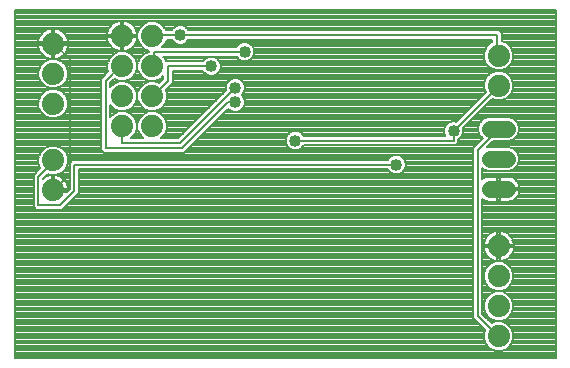
<source format=gbl>
G75*
%MOIN*%
%OFA0B0*%
%FSLAX24Y24*%
%IPPOS*%
%LPD*%
%AMOC8*
5,1,8,0,0,1.08239X$1,22.5*
%
%ADD10C,0.0560*%
%ADD11C,0.0740*%
%ADD12C,0.0080*%
%ADD13C,0.0400*%
D10*
X016549Y006313D02*
X017109Y006313D01*
X017109Y007313D02*
X016549Y007313D01*
X016549Y008313D02*
X017109Y008313D01*
D11*
X016829Y009763D03*
X016829Y010763D03*
X016829Y004413D03*
X016829Y003413D03*
X016829Y002413D03*
X016829Y001413D03*
X005279Y008413D03*
X004279Y008413D03*
X004279Y009413D03*
X005279Y009413D03*
X005279Y010413D03*
X004279Y010413D03*
X004279Y011413D03*
X005279Y011413D03*
X001979Y011163D03*
X001979Y010163D03*
X001979Y009163D03*
X001979Y007273D03*
X001979Y006273D03*
D12*
X000699Y000683D02*
X000699Y012289D01*
X018729Y012289D01*
X018729Y000683D01*
X000699Y000683D01*
X000699Y000708D02*
X018729Y000708D01*
X018729Y000786D02*
X000699Y000786D01*
X000699Y000865D02*
X018729Y000865D01*
X018729Y000943D02*
X016974Y000943D01*
X016926Y000923D02*
X016731Y000923D01*
X016551Y000998D01*
X016413Y001136D01*
X016339Y001316D01*
X016339Y001511D01*
X016381Y001614D01*
X015969Y002027D01*
X015969Y007680D01*
X016062Y007773D01*
X010328Y007773D01*
X010329Y007773D02*
X015262Y007773D01*
X015395Y007773D01*
X015489Y007867D01*
X015489Y007973D01*
X015510Y007982D01*
X015600Y008072D01*
X015649Y008190D01*
X015649Y008317D01*
X015640Y008338D01*
X016621Y009319D01*
X016731Y009273D01*
X016926Y009273D01*
X017106Y009348D01*
X017244Y009486D01*
X017319Y009666D01*
X017319Y009861D01*
X017244Y010041D01*
X017106Y010179D01*
X016926Y010253D01*
X016731Y010253D01*
X016551Y010179D01*
X016413Y010041D01*
X016339Y009861D01*
X016339Y009666D01*
X016390Y009541D01*
X015414Y008564D01*
X015392Y008573D01*
X015265Y008573D01*
X015147Y008525D01*
X015057Y008435D01*
X015009Y008317D01*
X015009Y008190D01*
X015048Y008093D01*
X010329Y008093D01*
X010320Y008115D01*
X010230Y008205D01*
X010112Y008253D01*
X009985Y008253D01*
X009867Y008205D01*
X009777Y008115D01*
X009729Y007997D01*
X009729Y007870D01*
X009777Y007752D01*
X009867Y007662D01*
X009985Y007613D01*
X010112Y007613D01*
X010230Y007662D01*
X010320Y007752D01*
X010329Y007773D01*
X010262Y007694D02*
X015983Y007694D01*
X015969Y007616D02*
X010118Y007616D01*
X009979Y007616D02*
X006437Y007616D01*
X006449Y007627D02*
X007815Y008994D01*
X007867Y008942D01*
X007985Y008893D01*
X008112Y008893D01*
X008230Y008942D01*
X008320Y009032D01*
X008369Y009150D01*
X008369Y009277D01*
X008320Y009395D01*
X008261Y009453D01*
X008320Y009512D01*
X008369Y009630D01*
X008369Y009757D01*
X008320Y009875D01*
X008230Y009965D01*
X008112Y010013D01*
X007985Y010013D01*
X007867Y009965D01*
X007777Y009875D01*
X007729Y009757D01*
X007729Y009630D01*
X007737Y009608D01*
X006142Y008013D01*
X005572Y008013D01*
X005694Y008136D01*
X005769Y008316D01*
X005769Y008511D01*
X005694Y008691D01*
X005556Y008829D01*
X005376Y008903D01*
X005181Y008903D01*
X005001Y008829D01*
X004863Y008691D01*
X004789Y008511D01*
X004789Y008316D01*
X004863Y008136D01*
X004986Y008013D01*
X004572Y008013D01*
X004694Y008136D01*
X004769Y008316D01*
X004769Y008511D01*
X004694Y008691D01*
X004556Y008829D01*
X004376Y008903D01*
X004181Y008903D01*
X004001Y008829D01*
X003889Y008716D01*
X003889Y009110D01*
X004001Y008998D01*
X004181Y008923D01*
X004376Y008923D01*
X004556Y008998D01*
X004694Y009136D01*
X004769Y009316D01*
X004769Y009511D01*
X004694Y009691D01*
X004556Y009829D01*
X004376Y009903D01*
X004181Y009903D01*
X004001Y009829D01*
X003889Y009716D01*
X003889Y009867D01*
X004014Y009992D01*
X004181Y009923D01*
X004376Y009923D01*
X004556Y009998D01*
X004694Y010136D01*
X004769Y010316D01*
X004769Y010511D01*
X004694Y010691D01*
X004556Y010829D01*
X004376Y010903D01*
X004181Y010903D01*
X004001Y010829D01*
X003863Y010691D01*
X003789Y010511D01*
X003789Y010316D01*
X003817Y010248D01*
X003569Y010000D01*
X003569Y007627D01*
X003662Y007533D01*
X006355Y007533D01*
X006449Y007627D01*
X006516Y007694D02*
X009835Y007694D01*
X009769Y007773D02*
X006594Y007773D01*
X006673Y007851D02*
X009736Y007851D01*
X009729Y007930D02*
X006751Y007930D01*
X006830Y008008D02*
X009733Y008008D01*
X009766Y008087D02*
X006908Y008087D01*
X006987Y008165D02*
X009828Y008165D01*
X009962Y008244D02*
X007065Y008244D01*
X007144Y008322D02*
X015011Y008322D01*
X015009Y008244D02*
X010135Y008244D01*
X010269Y008165D02*
X015019Y008165D01*
X015329Y008253D02*
X015329Y007933D01*
X010049Y007933D01*
X008317Y009029D02*
X015878Y009029D01*
X015956Y009107D02*
X008351Y009107D01*
X008369Y009186D02*
X016035Y009186D01*
X016113Y009264D02*
X008369Y009264D01*
X008341Y009343D02*
X016192Y009343D01*
X016270Y009421D02*
X008293Y009421D01*
X008308Y009500D02*
X016349Y009500D01*
X016375Y009578D02*
X008347Y009578D01*
X008369Y009657D02*
X016342Y009657D01*
X016339Y009735D02*
X008369Y009735D01*
X008345Y009814D02*
X016339Y009814D01*
X016352Y009892D02*
X008302Y009892D01*
X008215Y009971D02*
X016384Y009971D01*
X016422Y010049D02*
X005969Y010049D01*
X005969Y009971D02*
X007883Y009971D01*
X007795Y009892D02*
X005969Y009892D01*
X005969Y009867D02*
X005969Y010253D01*
X006968Y010253D01*
X006977Y010232D01*
X007067Y010142D01*
X007185Y010093D01*
X007312Y010093D01*
X007430Y010142D01*
X007520Y010232D01*
X007569Y010350D01*
X007569Y010477D01*
X007520Y010595D01*
X007430Y010685D01*
X007312Y010733D01*
X007185Y010733D01*
X007067Y010685D01*
X006977Y010595D01*
X006968Y010573D01*
X005743Y010573D01*
X005694Y010691D01*
X005652Y010733D01*
X008088Y010733D01*
X008097Y010712D01*
X008187Y010622D01*
X008305Y010573D01*
X008432Y010573D01*
X008550Y010622D01*
X008640Y010712D01*
X008689Y010830D01*
X008689Y010957D01*
X008640Y011075D01*
X008550Y011165D01*
X008432Y011213D01*
X008305Y011213D01*
X008187Y011165D01*
X008097Y011075D01*
X008088Y011053D01*
X005612Y011053D01*
X005694Y011136D01*
X005759Y011293D01*
X005928Y011293D01*
X005937Y011272D01*
X006027Y011182D01*
X006145Y011133D01*
X006272Y011133D01*
X006390Y011182D01*
X006480Y011272D01*
X006489Y011293D01*
X016609Y011293D01*
X016609Y011202D01*
X016551Y011179D01*
X016413Y011041D01*
X016339Y010861D01*
X016339Y010666D01*
X016413Y010486D01*
X016551Y010348D01*
X016731Y010273D01*
X016926Y010273D01*
X017106Y010348D01*
X017244Y010486D01*
X017319Y010666D01*
X017319Y010861D01*
X017244Y011041D01*
X017106Y011179D01*
X016929Y011252D01*
X016929Y011520D01*
X016835Y011613D01*
X006489Y011613D01*
X006480Y011635D01*
X006390Y011725D01*
X006272Y011773D01*
X006145Y011773D01*
X006027Y011725D01*
X005937Y011635D01*
X005928Y011613D01*
X005726Y011613D01*
X005694Y011691D01*
X005556Y011829D01*
X005376Y011903D01*
X005181Y011903D01*
X005001Y011829D01*
X004863Y011691D01*
X004789Y011511D01*
X004789Y011316D01*
X004863Y011136D01*
X005001Y010998D01*
X005169Y010928D01*
X005169Y010898D01*
X005001Y010829D01*
X004863Y010691D01*
X004789Y010511D01*
X004789Y010316D01*
X004863Y010136D01*
X005001Y009998D01*
X005181Y009923D01*
X005376Y009923D01*
X005556Y009998D01*
X005649Y010090D01*
X005649Y010000D01*
X005501Y009852D01*
X005376Y009903D01*
X005181Y009903D01*
X005001Y009829D01*
X004863Y009691D01*
X004789Y009511D01*
X004789Y009316D01*
X004863Y009136D01*
X005001Y008998D01*
X005181Y008923D01*
X005376Y008923D01*
X005556Y008998D01*
X005694Y009136D01*
X005769Y009316D01*
X005769Y009511D01*
X005723Y009621D01*
X005969Y009867D01*
X005915Y009814D02*
X007752Y009814D01*
X007729Y009735D02*
X005837Y009735D01*
X005758Y009657D02*
X007729Y009657D01*
X007707Y009578D02*
X005741Y009578D01*
X005769Y009500D02*
X007629Y009500D01*
X007550Y009421D02*
X005769Y009421D01*
X005769Y009343D02*
X007472Y009343D01*
X007393Y009264D02*
X005747Y009264D01*
X005715Y009186D02*
X007315Y009186D01*
X007236Y009107D02*
X005666Y009107D01*
X005587Y009029D02*
X007158Y009029D01*
X007079Y008950D02*
X005441Y008950D01*
X005452Y008872D02*
X007001Y008872D01*
X006922Y008793D02*
X005591Y008793D01*
X005670Y008715D02*
X006844Y008715D01*
X006765Y008636D02*
X005717Y008636D01*
X005749Y008558D02*
X006687Y008558D01*
X006608Y008479D02*
X005769Y008479D01*
X005769Y008401D02*
X006530Y008401D01*
X006451Y008322D02*
X005769Y008322D01*
X005739Y008244D02*
X006373Y008244D01*
X006294Y008165D02*
X005706Y008165D01*
X005645Y008087D02*
X006216Y008087D01*
X006209Y007853D02*
X004289Y007853D01*
X004289Y008413D01*
X004279Y008413D01*
X004739Y008244D02*
X004818Y008244D01*
X004789Y008322D02*
X004769Y008322D01*
X004769Y008401D02*
X004789Y008401D01*
X004789Y008479D02*
X004769Y008479D01*
X004749Y008558D02*
X004808Y008558D01*
X004841Y008636D02*
X004717Y008636D01*
X004670Y008715D02*
X004887Y008715D01*
X004966Y008793D02*
X004591Y008793D01*
X004452Y008872D02*
X005105Y008872D01*
X005116Y008950D02*
X004441Y008950D01*
X004587Y009029D02*
X004970Y009029D01*
X004892Y009107D02*
X004666Y009107D01*
X004715Y009186D02*
X004842Y009186D01*
X004810Y009264D02*
X004747Y009264D01*
X004769Y009343D02*
X004789Y009343D01*
X004789Y009421D02*
X004769Y009421D01*
X004769Y009500D02*
X004789Y009500D01*
X004817Y009578D02*
X004741Y009578D01*
X004708Y009657D02*
X004849Y009657D01*
X004908Y009735D02*
X004649Y009735D01*
X004571Y009814D02*
X004986Y009814D01*
X005155Y009892D02*
X004402Y009892D01*
X004491Y009971D02*
X005066Y009971D01*
X004950Y010049D02*
X004608Y010049D01*
X004686Y010128D02*
X004871Y010128D01*
X004834Y010206D02*
X004723Y010206D01*
X004756Y010285D02*
X004801Y010285D01*
X004789Y010363D02*
X004769Y010363D01*
X004769Y010442D02*
X004789Y010442D01*
X004793Y010520D02*
X004765Y010520D01*
X004732Y010599D02*
X004825Y010599D01*
X004858Y010677D02*
X004700Y010677D01*
X004629Y010756D02*
X004928Y010756D01*
X005015Y010834D02*
X004542Y010834D01*
X004474Y010941D02*
X004546Y010977D01*
X004611Y011024D01*
X004668Y011081D01*
X004715Y011146D01*
X004751Y011217D01*
X004776Y011294D01*
X004789Y011373D01*
X004789Y011373D01*
X004319Y011373D01*
X004319Y011453D01*
X004789Y011453D01*
X004789Y011453D01*
X004776Y011533D01*
X004751Y011609D01*
X004715Y011681D01*
X004668Y011745D01*
X004611Y011802D01*
X004546Y011849D01*
X004474Y011886D01*
X004398Y011911D01*
X004319Y011923D01*
X004319Y011923D01*
X004319Y011453D01*
X004239Y011453D01*
X004239Y011923D01*
X004238Y011923D01*
X004159Y011911D01*
X004083Y011886D01*
X004011Y011849D01*
X003946Y011802D01*
X003890Y011745D01*
X003842Y011681D01*
X003806Y011609D01*
X003781Y011533D01*
X003769Y011453D01*
X004239Y011453D01*
X004239Y011373D01*
X004319Y011373D01*
X004319Y010903D01*
X004398Y010916D01*
X004474Y010941D01*
X004379Y010913D02*
X005169Y010913D01*
X005329Y010893D02*
X005329Y010413D01*
X005279Y010413D01*
X005732Y010599D02*
X006982Y010599D01*
X007060Y010677D02*
X005700Y010677D01*
X005809Y010413D02*
X005809Y009933D01*
X005329Y009453D01*
X005279Y009413D01*
X005402Y009892D02*
X005541Y009892D01*
X005491Y009971D02*
X005620Y009971D01*
X005608Y010049D02*
X005649Y010049D01*
X005969Y010128D02*
X007101Y010128D01*
X007003Y010206D02*
X005969Y010206D01*
X005809Y010413D02*
X007249Y010413D01*
X007542Y010285D02*
X016703Y010285D01*
X016618Y010206D02*
X007494Y010206D01*
X007396Y010128D02*
X016500Y010128D01*
X016536Y010363D02*
X007569Y010363D01*
X007569Y010442D02*
X016457Y010442D01*
X016399Y010520D02*
X007551Y010520D01*
X007516Y010599D02*
X008243Y010599D01*
X008132Y010677D02*
X007437Y010677D01*
X008095Y011070D02*
X005628Y011070D01*
X005699Y011148D02*
X006109Y011148D01*
X005982Y011227D02*
X005732Y011227D01*
X005329Y011453D02*
X005279Y011413D01*
X005329Y011453D02*
X006209Y011453D01*
X016769Y011453D01*
X016769Y010813D01*
X016829Y010763D01*
X016339Y010756D02*
X008658Y010756D01*
X008689Y010834D02*
X016339Y010834D01*
X016360Y010913D02*
X008689Y010913D01*
X008674Y010991D02*
X016393Y010991D01*
X016442Y011070D02*
X008642Y011070D01*
X008566Y011148D02*
X016521Y011148D01*
X016609Y011227D02*
X006435Y011227D01*
X006309Y011148D02*
X008171Y011148D01*
X008369Y010893D02*
X005329Y010893D01*
X005017Y010991D02*
X004566Y010991D01*
X004656Y011070D02*
X004929Y011070D01*
X004858Y011148D02*
X004716Y011148D01*
X004754Y011227D02*
X004825Y011227D01*
X004793Y011305D02*
X004778Y011305D01*
X004789Y011384D02*
X004319Y011384D01*
X004319Y011462D02*
X004239Y011462D01*
X004239Y011384D02*
X002439Y011384D01*
X002451Y011359D02*
X002415Y011431D01*
X002368Y011495D01*
X002311Y011552D01*
X002246Y011599D01*
X002174Y011636D01*
X002098Y011661D01*
X002019Y011673D01*
X002019Y011673D01*
X002019Y011203D01*
X002489Y011203D01*
X002489Y011203D01*
X002476Y011283D01*
X002451Y011359D01*
X002469Y011305D02*
X003779Y011305D01*
X003781Y011294D02*
X003769Y011373D01*
X003769Y011373D01*
X004239Y011373D01*
X004239Y010903D01*
X004238Y010903D01*
X004159Y010916D01*
X004083Y010941D01*
X004011Y010977D01*
X003946Y011024D01*
X003890Y011081D01*
X003842Y011146D01*
X003806Y011217D01*
X003781Y011294D01*
X003803Y011227D02*
X002485Y011227D01*
X002489Y011123D02*
X002019Y011123D01*
X002019Y011203D01*
X001939Y011203D01*
X001939Y011673D01*
X001938Y011673D01*
X001859Y011661D01*
X001783Y011636D01*
X001711Y011599D01*
X001646Y011552D01*
X001590Y011495D01*
X001542Y011431D01*
X001506Y011359D01*
X001481Y011283D01*
X001469Y011203D01*
X001939Y011203D01*
X001939Y011123D01*
X002019Y011123D01*
X002019Y010653D01*
X002098Y010666D01*
X002174Y010691D01*
X002246Y010727D01*
X002311Y010774D01*
X002368Y010831D01*
X002415Y010896D01*
X002451Y010967D01*
X002476Y011044D01*
X002489Y011123D01*
X002489Y011123D01*
X002480Y011070D02*
X003901Y011070D01*
X003841Y011148D02*
X002019Y011148D01*
X002049Y011133D02*
X001979Y011163D01*
X001939Y011148D02*
X000699Y011148D01*
X000699Y011070D02*
X001477Y011070D01*
X001481Y011044D02*
X001506Y010967D01*
X001542Y010896D01*
X001590Y010831D01*
X001646Y010774D01*
X001711Y010727D01*
X001783Y010691D01*
X001859Y010666D01*
X001938Y010653D01*
X001939Y010653D01*
X001939Y011123D01*
X001469Y011123D01*
X001481Y011044D01*
X001498Y010991D02*
X000699Y010991D01*
X000699Y010913D02*
X001534Y010913D01*
X001587Y010834D02*
X000699Y010834D01*
X000699Y010756D02*
X001672Y010756D01*
X001824Y010677D02*
X000699Y010677D01*
X000699Y010599D02*
X001750Y010599D01*
X001701Y010579D02*
X001563Y010441D01*
X001489Y010261D01*
X001489Y010066D01*
X001563Y009886D01*
X001701Y009748D01*
X001881Y009673D01*
X002076Y009673D01*
X002256Y009748D01*
X002394Y009886D01*
X002469Y010066D01*
X002469Y010261D01*
X002394Y010441D01*
X002256Y010579D01*
X002076Y010653D01*
X001881Y010653D01*
X001701Y010579D01*
X001643Y010520D02*
X000699Y010520D01*
X000699Y010442D02*
X001564Y010442D01*
X001531Y010363D02*
X000699Y010363D01*
X000699Y010285D02*
X001499Y010285D01*
X001489Y010206D02*
X000699Y010206D01*
X000699Y010128D02*
X001489Y010128D01*
X001495Y010049D02*
X000699Y010049D01*
X000699Y009971D02*
X001528Y009971D01*
X001560Y009892D02*
X000699Y009892D01*
X000699Y009814D02*
X001635Y009814D01*
X001731Y009735D02*
X000699Y009735D01*
X000699Y009657D02*
X003569Y009657D01*
X003569Y009735D02*
X002226Y009735D01*
X002322Y009814D02*
X003569Y009814D01*
X003569Y009892D02*
X002397Y009892D01*
X002429Y009971D02*
X003569Y009971D01*
X003618Y010049D02*
X002462Y010049D01*
X002469Y010128D02*
X003697Y010128D01*
X003775Y010206D02*
X002469Y010206D01*
X002459Y010285D02*
X003801Y010285D01*
X003789Y010363D02*
X002426Y010363D01*
X002393Y010442D02*
X003789Y010442D01*
X003793Y010520D02*
X002314Y010520D01*
X002207Y010599D02*
X003825Y010599D01*
X003858Y010677D02*
X002133Y010677D01*
X002019Y010677D02*
X001939Y010677D01*
X001939Y010756D02*
X002019Y010756D01*
X002019Y010834D02*
X001939Y010834D01*
X001939Y010913D02*
X002019Y010913D01*
X002019Y010991D02*
X001939Y010991D01*
X001939Y011070D02*
X002019Y011070D01*
X002049Y011133D02*
X002529Y010653D01*
X002529Y006813D01*
X002049Y006333D01*
X001979Y006273D01*
X002019Y006281D02*
X002490Y006281D01*
X002489Y006313D02*
X002489Y006313D01*
X002019Y006313D01*
X002019Y006233D01*
X002442Y006233D01*
X002529Y006320D01*
X002529Y007200D01*
X002622Y007293D01*
X013128Y007293D01*
X013137Y007315D01*
X013227Y007405D01*
X013345Y007453D01*
X013472Y007453D01*
X013590Y007405D01*
X013680Y007315D01*
X013729Y007197D01*
X013729Y007070D01*
X013680Y006952D01*
X013590Y006862D01*
X013472Y006813D01*
X013345Y006813D01*
X013227Y006862D01*
X013137Y006952D01*
X013128Y006973D01*
X002849Y006973D01*
X002849Y006187D01*
X002369Y005707D01*
X002275Y005613D01*
X001422Y005613D01*
X001329Y005707D01*
X001329Y006800D01*
X001552Y007023D01*
X001489Y007176D01*
X001489Y007371D01*
X001563Y007551D01*
X001701Y007689D01*
X001881Y007763D01*
X002076Y007763D01*
X002256Y007689D01*
X002394Y007551D01*
X002469Y007371D01*
X002469Y007176D01*
X002394Y006996D01*
X002256Y006858D01*
X002076Y006783D01*
X001881Y006783D01*
X001799Y006817D01*
X001649Y006667D01*
X001649Y006664D01*
X001711Y006709D01*
X001783Y006746D01*
X001859Y006771D01*
X001938Y006783D01*
X001939Y006783D01*
X001939Y006313D01*
X002019Y006313D01*
X002019Y006783D01*
X002019Y006783D01*
X002098Y006771D01*
X002174Y006746D01*
X002246Y006709D01*
X002311Y006662D01*
X002368Y006605D01*
X002415Y006541D01*
X002451Y006469D01*
X002476Y006393D01*
X002489Y006313D01*
X002481Y006360D02*
X002529Y006360D01*
X002529Y006438D02*
X002461Y006438D01*
X002427Y006517D02*
X002529Y006517D01*
X002529Y006595D02*
X002375Y006595D01*
X002295Y006674D02*
X002529Y006674D01*
X002529Y006752D02*
X002155Y006752D01*
X002191Y006831D02*
X002529Y006831D01*
X002529Y006909D02*
X002308Y006909D01*
X002386Y006988D02*
X002529Y006988D01*
X002529Y007066D02*
X002423Y007066D01*
X002456Y007145D02*
X002529Y007145D01*
X002552Y007223D02*
X002469Y007223D01*
X002469Y007302D02*
X013132Y007302D01*
X013203Y007380D02*
X002465Y007380D01*
X002432Y007459D02*
X015969Y007459D01*
X015969Y007537D02*
X006359Y007537D01*
X006289Y007693D02*
X003729Y007693D01*
X003729Y009933D01*
X004209Y010413D01*
X004279Y010413D01*
X003928Y010756D02*
X002285Y010756D01*
X002370Y010834D02*
X004015Y010834D01*
X003992Y010991D02*
X002459Y010991D01*
X002423Y010913D02*
X004178Y010913D01*
X004239Y010913D02*
X004319Y010913D01*
X004319Y010903D02*
X004319Y010903D01*
X004319Y010991D02*
X004239Y010991D01*
X004239Y011070D02*
X004319Y011070D01*
X004319Y011148D02*
X004239Y011148D01*
X004239Y011227D02*
X004319Y011227D01*
X004319Y011305D02*
X004239Y011305D01*
X004239Y011541D02*
X004319Y011541D01*
X004319Y011619D02*
X004239Y011619D01*
X004239Y011698D02*
X004319Y011698D01*
X004319Y011776D02*
X004239Y011776D01*
X004239Y011855D02*
X004319Y011855D01*
X004535Y011855D02*
X005064Y011855D01*
X004949Y011776D02*
X004637Y011776D01*
X004702Y011698D02*
X004870Y011698D01*
X004834Y011619D02*
X004746Y011619D01*
X004773Y011541D02*
X004801Y011541D01*
X004789Y011462D02*
X004787Y011462D01*
X005493Y011855D02*
X018729Y011855D01*
X018729Y011933D02*
X000699Y011933D01*
X000699Y011855D02*
X004022Y011855D01*
X003920Y011776D02*
X000699Y011776D01*
X000699Y011698D02*
X003855Y011698D01*
X003811Y011619D02*
X002207Y011619D01*
X002322Y011541D02*
X003784Y011541D01*
X003770Y011462D02*
X002392Y011462D01*
X002019Y011462D02*
X001939Y011462D01*
X001939Y011384D02*
X002019Y011384D01*
X002019Y011305D02*
X001939Y011305D01*
X001939Y011227D02*
X002019Y011227D01*
X002019Y011541D02*
X001939Y011541D01*
X001939Y011619D02*
X002019Y011619D01*
X001750Y011619D02*
X000699Y011619D01*
X000699Y011541D02*
X001635Y011541D01*
X001565Y011462D02*
X000699Y011462D01*
X000699Y011384D02*
X001519Y011384D01*
X001489Y011305D02*
X000699Y011305D01*
X000699Y011227D02*
X001472Y011227D01*
X001469Y011203D02*
X001469Y011203D01*
X001469Y011123D02*
X001469Y011123D01*
X002019Y010653D02*
X002019Y010653D01*
X002076Y009653D02*
X001881Y009653D01*
X001701Y009579D01*
X001563Y009441D01*
X001489Y009261D01*
X001489Y009066D01*
X001563Y008886D01*
X001701Y008748D01*
X001881Y008673D01*
X002076Y008673D01*
X002256Y008748D01*
X002394Y008886D01*
X002469Y009066D01*
X002469Y009261D01*
X002394Y009441D01*
X002256Y009579D01*
X002076Y009653D01*
X002256Y009578D02*
X003569Y009578D01*
X003569Y009500D02*
X002335Y009500D01*
X002402Y009421D02*
X003569Y009421D01*
X003569Y009343D02*
X002435Y009343D01*
X002467Y009264D02*
X003569Y009264D01*
X003569Y009186D02*
X002469Y009186D01*
X002469Y009107D02*
X003569Y009107D01*
X003569Y009029D02*
X002453Y009029D01*
X002421Y008950D02*
X003569Y008950D01*
X003569Y008872D02*
X002380Y008872D01*
X002302Y008793D02*
X003569Y008793D01*
X003569Y008715D02*
X002176Y008715D01*
X001781Y008715D02*
X000699Y008715D01*
X000699Y008793D02*
X001656Y008793D01*
X001577Y008872D02*
X000699Y008872D01*
X000699Y008950D02*
X001536Y008950D01*
X001504Y009029D02*
X000699Y009029D01*
X000699Y009107D02*
X001489Y009107D01*
X001489Y009186D02*
X000699Y009186D01*
X000699Y009264D02*
X001490Y009264D01*
X001523Y009343D02*
X000699Y009343D01*
X000699Y009421D02*
X001555Y009421D01*
X001622Y009500D02*
X000699Y009500D01*
X000699Y009578D02*
X001701Y009578D01*
X000699Y008636D02*
X003569Y008636D01*
X003569Y008558D02*
X000699Y008558D01*
X000699Y008479D02*
X003569Y008479D01*
X003569Y008401D02*
X000699Y008401D01*
X000699Y008322D02*
X003569Y008322D01*
X003569Y008244D02*
X000699Y008244D01*
X000699Y008165D02*
X003569Y008165D01*
X003569Y008087D02*
X000699Y008087D01*
X000699Y008008D02*
X003569Y008008D01*
X003569Y007930D02*
X000699Y007930D01*
X000699Y007851D02*
X003569Y007851D01*
X003569Y007773D02*
X000699Y007773D01*
X000699Y007694D02*
X001715Y007694D01*
X001628Y007616D02*
X000699Y007616D01*
X000699Y007537D02*
X001558Y007537D01*
X001525Y007459D02*
X000699Y007459D01*
X000699Y007380D02*
X001493Y007380D01*
X001489Y007302D02*
X000699Y007302D01*
X000699Y007223D02*
X001489Y007223D01*
X001501Y007145D02*
X000699Y007145D01*
X000699Y007066D02*
X001534Y007066D01*
X001517Y006988D02*
X000699Y006988D01*
X000699Y006909D02*
X001438Y006909D01*
X001360Y006831D02*
X000699Y006831D01*
X000699Y006752D02*
X001329Y006752D01*
X001329Y006674D02*
X000699Y006674D01*
X000699Y006595D02*
X001329Y006595D01*
X001329Y006517D02*
X000699Y006517D01*
X000699Y006438D02*
X001329Y006438D01*
X001329Y006360D02*
X000699Y006360D01*
X000699Y006281D02*
X001329Y006281D01*
X001329Y006203D02*
X000699Y006203D01*
X000699Y006124D02*
X001329Y006124D01*
X001329Y006046D02*
X000699Y006046D01*
X000699Y005967D02*
X001329Y005967D01*
X001329Y005889D02*
X000699Y005889D01*
X000699Y005810D02*
X001329Y005810D01*
X001329Y005732D02*
X000699Y005732D01*
X000699Y005653D02*
X001382Y005653D01*
X001489Y005773D02*
X001489Y006733D01*
X001969Y007213D01*
X001979Y007273D01*
X002329Y007616D02*
X003580Y007616D01*
X003569Y007694D02*
X002242Y007694D01*
X002400Y007537D02*
X003658Y007537D01*
X002849Y006909D02*
X013180Y006909D01*
X013303Y006831D02*
X002849Y006831D01*
X002849Y006752D02*
X015969Y006752D01*
X015969Y006674D02*
X002849Y006674D01*
X002849Y006595D02*
X015969Y006595D01*
X015969Y006517D02*
X002849Y006517D01*
X002849Y006438D02*
X015969Y006438D01*
X015969Y006360D02*
X002849Y006360D01*
X002849Y006281D02*
X015969Y006281D01*
X015969Y006203D02*
X002849Y006203D01*
X002786Y006124D02*
X015969Y006124D01*
X015969Y006046D02*
X002707Y006046D01*
X002629Y005967D02*
X015969Y005967D01*
X015969Y005889D02*
X002550Y005889D01*
X002472Y005810D02*
X015969Y005810D01*
X015969Y005732D02*
X002393Y005732D01*
X002315Y005653D02*
X015969Y005653D01*
X015969Y005575D02*
X000699Y005575D01*
X000699Y005496D02*
X015969Y005496D01*
X015969Y005418D02*
X000699Y005418D01*
X000699Y005339D02*
X015969Y005339D01*
X015969Y005261D02*
X000699Y005261D01*
X000699Y005182D02*
X015969Y005182D01*
X015969Y005104D02*
X000699Y005104D01*
X000699Y005025D02*
X015969Y005025D01*
X015969Y004947D02*
X000699Y004947D01*
X000699Y004868D02*
X015969Y004868D01*
X015969Y004790D02*
X000699Y004790D01*
X000699Y004711D02*
X015969Y004711D01*
X015969Y004633D02*
X000699Y004633D01*
X000699Y004554D02*
X015969Y004554D01*
X015969Y004476D02*
X000699Y004476D01*
X000699Y004397D02*
X015969Y004397D01*
X015969Y004319D02*
X000699Y004319D01*
X000699Y004240D02*
X015969Y004240D01*
X015969Y004162D02*
X000699Y004162D01*
X000699Y004083D02*
X015969Y004083D01*
X015969Y004005D02*
X000699Y004005D01*
X000699Y003926D02*
X015969Y003926D01*
X015969Y003848D02*
X000699Y003848D01*
X000699Y003769D02*
X015969Y003769D01*
X015969Y003691D02*
X000699Y003691D01*
X000699Y003612D02*
X015969Y003612D01*
X015969Y003534D02*
X000699Y003534D01*
X000699Y003455D02*
X015969Y003455D01*
X015969Y003377D02*
X000699Y003377D01*
X000699Y003298D02*
X015969Y003298D01*
X015969Y003220D02*
X000699Y003220D01*
X000699Y003141D02*
X015969Y003141D01*
X015969Y003063D02*
X000699Y003063D01*
X000699Y002984D02*
X015969Y002984D01*
X015969Y002906D02*
X000699Y002906D01*
X000699Y002827D02*
X015969Y002827D01*
X015969Y002749D02*
X000699Y002749D01*
X000699Y002670D02*
X015969Y002670D01*
X015969Y002592D02*
X000699Y002592D01*
X000699Y002513D02*
X015969Y002513D01*
X015969Y002435D02*
X000699Y002435D01*
X000699Y002356D02*
X015969Y002356D01*
X015969Y002278D02*
X000699Y002278D01*
X000699Y002199D02*
X015969Y002199D01*
X015969Y002121D02*
X000699Y002121D01*
X000699Y002042D02*
X015969Y002042D01*
X016032Y001964D02*
X000699Y001964D01*
X000699Y001885D02*
X016110Y001885D01*
X016189Y001807D02*
X000699Y001807D01*
X000699Y001728D02*
X016267Y001728D01*
X016346Y001650D02*
X000699Y001650D01*
X000699Y001571D02*
X016364Y001571D01*
X016339Y001493D02*
X000699Y001493D01*
X000699Y001414D02*
X016339Y001414D01*
X016339Y001336D02*
X000699Y001336D01*
X000699Y001257D02*
X016363Y001257D01*
X016395Y001179D02*
X000699Y001179D01*
X000699Y001100D02*
X016449Y001100D01*
X016527Y001022D02*
X000699Y001022D01*
X000699Y000943D02*
X016683Y000943D01*
X016926Y000923D02*
X017106Y000998D01*
X017244Y001136D01*
X017319Y001316D01*
X017319Y001511D01*
X017244Y001691D01*
X017106Y001829D01*
X016926Y001903D01*
X016731Y001903D01*
X016599Y001849D01*
X016289Y002160D01*
X016289Y005983D01*
X016328Y005954D01*
X016387Y005924D01*
X016450Y005904D01*
X016516Y005893D01*
X016789Y005893D01*
X016789Y006273D01*
X016869Y006273D01*
X016869Y006353D01*
X017527Y006353D01*
X017518Y006412D01*
X017498Y006474D01*
X017468Y006533D01*
X017429Y006587D01*
X017382Y006634D01*
X017329Y006672D01*
X017270Y006702D01*
X017207Y006723D01*
X017142Y006733D01*
X016869Y006733D01*
X016869Y006353D01*
X016789Y006353D01*
X016789Y006733D01*
X016516Y006733D01*
X016450Y006723D01*
X016387Y006702D01*
X016328Y006672D01*
X016289Y006643D01*
X016289Y007008D01*
X016322Y006974D01*
X016469Y006913D01*
X017188Y006913D01*
X017335Y006974D01*
X017448Y007087D01*
X017509Y007234D01*
X017509Y007393D01*
X017448Y007540D01*
X017335Y007652D01*
X017188Y007713D01*
X016469Y007713D01*
X016445Y007703D01*
X016655Y007913D01*
X017188Y007913D01*
X017335Y007974D01*
X017448Y008087D01*
X018729Y008087D01*
X018729Y008165D02*
X017480Y008165D01*
X017509Y008234D02*
X017509Y008393D01*
X017448Y008540D01*
X017335Y008652D01*
X017188Y008713D01*
X016469Y008713D01*
X016322Y008652D01*
X016209Y008540D01*
X016149Y008393D01*
X016149Y008234D01*
X016209Y008087D01*
X015606Y008087D01*
X015639Y008165D02*
X016177Y008165D01*
X016149Y008244D02*
X015649Y008244D01*
X015646Y008322D02*
X016149Y008322D01*
X016152Y008401D02*
X015702Y008401D01*
X015781Y008479D02*
X016184Y008479D01*
X016227Y008558D02*
X015859Y008558D01*
X015938Y008636D02*
X016306Y008636D01*
X016095Y008793D02*
X018729Y008793D01*
X018729Y008715D02*
X016016Y008715D01*
X016173Y008872D02*
X018729Y008872D01*
X018729Y008950D02*
X016252Y008950D01*
X016330Y009029D02*
X018729Y009029D01*
X018729Y009107D02*
X016409Y009107D01*
X016487Y009186D02*
X018729Y009186D01*
X018729Y009264D02*
X016566Y009264D01*
X017094Y009343D02*
X018729Y009343D01*
X018729Y009421D02*
X017180Y009421D01*
X017250Y009500D02*
X018729Y009500D01*
X018729Y009578D02*
X017282Y009578D01*
X017315Y009657D02*
X018729Y009657D01*
X018729Y009735D02*
X017319Y009735D01*
X017319Y009814D02*
X018729Y009814D01*
X018729Y009892D02*
X017305Y009892D01*
X017273Y009971D02*
X018729Y009971D01*
X018729Y010049D02*
X017235Y010049D01*
X017157Y010128D02*
X018729Y010128D01*
X018729Y010206D02*
X017039Y010206D01*
X016954Y010285D02*
X018729Y010285D01*
X018729Y010363D02*
X017122Y010363D01*
X017200Y010442D02*
X018729Y010442D01*
X018729Y010520D02*
X017258Y010520D01*
X017291Y010599D02*
X018729Y010599D01*
X018729Y010677D02*
X017319Y010677D01*
X017319Y010756D02*
X018729Y010756D01*
X018729Y010834D02*
X017319Y010834D01*
X017297Y010913D02*
X018729Y010913D01*
X018729Y010991D02*
X017264Y010991D01*
X017215Y011070D02*
X018729Y011070D01*
X018729Y011148D02*
X017136Y011148D01*
X016990Y011227D02*
X018729Y011227D01*
X018729Y011305D02*
X016929Y011305D01*
X016929Y011384D02*
X018729Y011384D01*
X018729Y011462D02*
X016929Y011462D01*
X016907Y011541D02*
X018729Y011541D01*
X018729Y011619D02*
X006486Y011619D01*
X006417Y011698D02*
X018729Y011698D01*
X018729Y011776D02*
X005608Y011776D01*
X005687Y011698D02*
X006001Y011698D01*
X005931Y011619D02*
X005724Y011619D01*
X003769Y011453D02*
X003769Y011453D01*
X003992Y009971D02*
X004066Y009971D01*
X004155Y009892D02*
X003914Y009892D01*
X003889Y009814D02*
X003986Y009814D01*
X003908Y009735D02*
X003889Y009735D01*
X003889Y009107D02*
X003892Y009107D01*
X003889Y009029D02*
X003970Y009029D01*
X003889Y008950D02*
X004116Y008950D01*
X004105Y008872D02*
X003889Y008872D01*
X003889Y008793D02*
X003966Y008793D01*
X004706Y008165D02*
X004851Y008165D01*
X004912Y008087D02*
X004645Y008087D01*
X006209Y007853D02*
X008049Y009693D01*
X008049Y009213D02*
X007809Y009213D01*
X006289Y007693D01*
X007222Y008401D02*
X015043Y008401D01*
X015102Y008479D02*
X007301Y008479D01*
X007379Y008558D02*
X015228Y008558D01*
X015485Y008636D02*
X007458Y008636D01*
X007536Y008715D02*
X015564Y008715D01*
X015642Y008793D02*
X007615Y008793D01*
X007693Y008872D02*
X015721Y008872D01*
X015799Y008950D02*
X008238Y008950D01*
X007859Y008950D02*
X007772Y008950D01*
X008494Y010599D02*
X016366Y010599D01*
X016339Y010677D02*
X008605Y010677D01*
X013409Y007133D02*
X002689Y007133D01*
X002689Y006253D01*
X002209Y005773D01*
X001489Y005773D01*
X001939Y006360D02*
X002019Y006360D01*
X002019Y006438D02*
X001939Y006438D01*
X001939Y006517D02*
X002019Y006517D01*
X002019Y006595D02*
X001939Y006595D01*
X001939Y006674D02*
X002019Y006674D01*
X002019Y006752D02*
X001939Y006752D01*
X001803Y006752D02*
X001734Y006752D01*
X001662Y006674D02*
X001655Y006674D01*
X000699Y012012D02*
X018729Y012012D01*
X018729Y012090D02*
X000699Y012090D01*
X000699Y012169D02*
X018729Y012169D01*
X018729Y012247D02*
X000699Y012247D01*
X013614Y007380D02*
X015969Y007380D01*
X015969Y007302D02*
X013685Y007302D01*
X013718Y007223D02*
X015969Y007223D01*
X015969Y007145D02*
X013729Y007145D01*
X013727Y007066D02*
X015969Y007066D01*
X015969Y006988D02*
X013695Y006988D01*
X013637Y006909D02*
X015969Y006909D01*
X015969Y006831D02*
X013515Y006831D01*
X015473Y007851D02*
X016140Y007851D01*
X016062Y007773D02*
X016293Y008004D01*
X016209Y008087D01*
X016288Y008008D02*
X015536Y008008D01*
X015489Y007930D02*
X016219Y007930D01*
X016514Y007773D02*
X018729Y007773D01*
X018729Y007851D02*
X016593Y007851D01*
X016829Y008313D02*
X016129Y007613D01*
X016129Y002093D01*
X016769Y001453D01*
X016829Y001413D01*
X017209Y001100D02*
X018729Y001100D01*
X018729Y001022D02*
X017130Y001022D01*
X017262Y001179D02*
X018729Y001179D01*
X018729Y001257D02*
X017294Y001257D01*
X017319Y001336D02*
X018729Y001336D01*
X018729Y001414D02*
X017319Y001414D01*
X017319Y001493D02*
X018729Y001493D01*
X018729Y001571D02*
X017293Y001571D01*
X017261Y001650D02*
X018729Y001650D01*
X018729Y001728D02*
X017207Y001728D01*
X017128Y001807D02*
X018729Y001807D01*
X018729Y001885D02*
X016969Y001885D01*
X016926Y001923D02*
X017106Y001998D01*
X017244Y002136D01*
X017319Y002316D01*
X017319Y002511D01*
X017244Y002691D01*
X017106Y002829D01*
X016926Y002903D01*
X016731Y002903D01*
X016551Y002829D01*
X016413Y002691D01*
X016339Y002511D01*
X016339Y002316D01*
X016413Y002136D01*
X016551Y001998D01*
X016731Y001923D01*
X016926Y001923D01*
X017024Y001964D02*
X018729Y001964D01*
X018729Y002042D02*
X017151Y002042D01*
X017229Y002121D02*
X018729Y002121D01*
X018729Y002199D02*
X017270Y002199D01*
X017303Y002278D02*
X018729Y002278D01*
X018729Y002356D02*
X017319Y002356D01*
X017319Y002435D02*
X018729Y002435D01*
X018729Y002513D02*
X017318Y002513D01*
X017285Y002592D02*
X018729Y002592D01*
X018729Y002670D02*
X017252Y002670D01*
X017186Y002749D02*
X018729Y002749D01*
X018729Y002827D02*
X017107Y002827D01*
X017073Y002984D02*
X018729Y002984D01*
X018729Y002906D02*
X016289Y002906D01*
X016289Y002984D02*
X016584Y002984D01*
X016551Y002998D02*
X016731Y002923D01*
X016926Y002923D01*
X017106Y002998D01*
X017244Y003136D01*
X017319Y003316D01*
X017319Y003511D01*
X017244Y003691D01*
X017106Y003829D01*
X016926Y003903D01*
X016731Y003903D01*
X016551Y003829D01*
X016413Y003691D01*
X016339Y003511D01*
X016339Y003316D01*
X016413Y003136D01*
X016551Y002998D01*
X016486Y003063D02*
X016289Y003063D01*
X016289Y003141D02*
X016411Y003141D01*
X016378Y003220D02*
X016289Y003220D01*
X016289Y003298D02*
X016346Y003298D01*
X016339Y003377D02*
X016289Y003377D01*
X016289Y003455D02*
X016339Y003455D01*
X016348Y003534D02*
X016289Y003534D01*
X016289Y003612D02*
X016381Y003612D01*
X016413Y003691D02*
X016289Y003691D01*
X016289Y003769D02*
X016492Y003769D01*
X016597Y003848D02*
X016289Y003848D01*
X016289Y003926D02*
X016677Y003926D01*
X016709Y003916D02*
X016788Y003903D01*
X016789Y003903D01*
X016789Y004373D01*
X016869Y004373D01*
X016869Y004453D01*
X017339Y004453D01*
X017339Y004453D01*
X017326Y004533D01*
X017301Y004609D01*
X017265Y004681D01*
X017218Y004745D01*
X017161Y004802D01*
X017096Y004849D01*
X017024Y004886D01*
X016948Y004911D01*
X016869Y004923D01*
X016869Y004923D01*
X016869Y004453D01*
X016789Y004453D01*
X016789Y004923D01*
X016788Y004923D01*
X016709Y004911D01*
X016633Y004886D01*
X016561Y004849D01*
X016496Y004802D01*
X016440Y004745D01*
X016392Y004681D01*
X016356Y004609D01*
X016331Y004533D01*
X016319Y004453D01*
X016789Y004453D01*
X016789Y004373D01*
X016319Y004373D01*
X016331Y004294D01*
X016356Y004217D01*
X016392Y004146D01*
X016440Y004081D01*
X016496Y004024D01*
X016561Y003977D01*
X016633Y003941D01*
X016709Y003916D01*
X016789Y003926D02*
X016869Y003926D01*
X016869Y003903D02*
X016948Y003916D01*
X017024Y003941D01*
X017096Y003977D01*
X017161Y004024D01*
X017218Y004081D01*
X017265Y004146D01*
X017301Y004217D01*
X017326Y004294D01*
X017339Y004373D01*
X017339Y004373D01*
X016869Y004373D01*
X016869Y003903D01*
X016869Y003903D01*
X016869Y004005D02*
X016789Y004005D01*
X016789Y004083D02*
X016869Y004083D01*
X016869Y004162D02*
X016789Y004162D01*
X016789Y004240D02*
X016869Y004240D01*
X016869Y004319D02*
X016789Y004319D01*
X016789Y004397D02*
X016289Y004397D01*
X016319Y004373D02*
X016319Y004373D01*
X016327Y004319D02*
X016289Y004319D01*
X016289Y004240D02*
X016349Y004240D01*
X016384Y004162D02*
X016289Y004162D01*
X016289Y004083D02*
X016438Y004083D01*
X016523Y004005D02*
X016289Y004005D01*
X016869Y004397D02*
X018729Y004397D01*
X018729Y004319D02*
X017330Y004319D01*
X017309Y004240D02*
X018729Y004240D01*
X018729Y004162D02*
X017273Y004162D01*
X017219Y004083D02*
X018729Y004083D01*
X018729Y004005D02*
X017134Y004005D01*
X016980Y003926D02*
X018729Y003926D01*
X018729Y003848D02*
X017060Y003848D01*
X017165Y003769D02*
X018729Y003769D01*
X018729Y003691D02*
X017244Y003691D01*
X017277Y003612D02*
X018729Y003612D01*
X018729Y003534D02*
X017309Y003534D01*
X017319Y003455D02*
X018729Y003455D01*
X018729Y003377D02*
X017319Y003377D01*
X017311Y003298D02*
X018729Y003298D01*
X018729Y003220D02*
X017279Y003220D01*
X017246Y003141D02*
X018729Y003141D01*
X018729Y003063D02*
X017171Y003063D01*
X016550Y002827D02*
X016289Y002827D01*
X016289Y002749D02*
X016471Y002749D01*
X016405Y002670D02*
X016289Y002670D01*
X016289Y002592D02*
X016372Y002592D01*
X016340Y002513D02*
X016289Y002513D01*
X016289Y002435D02*
X016339Y002435D01*
X016339Y002356D02*
X016289Y002356D01*
X016289Y002278D02*
X016354Y002278D01*
X016387Y002199D02*
X016289Y002199D01*
X016327Y002121D02*
X016428Y002121D01*
X016406Y002042D02*
X016507Y002042D01*
X016484Y001964D02*
X016633Y001964D01*
X016688Y001885D02*
X016563Y001885D01*
X016319Y004453D02*
X016319Y004453D01*
X016322Y004476D02*
X016289Y004476D01*
X016289Y004554D02*
X016338Y004554D01*
X016368Y004633D02*
X016289Y004633D01*
X016289Y004711D02*
X016415Y004711D01*
X016484Y004790D02*
X016289Y004790D01*
X016289Y004868D02*
X016598Y004868D01*
X016789Y004868D02*
X016869Y004868D01*
X016869Y004790D02*
X016789Y004790D01*
X016789Y004711D02*
X016869Y004711D01*
X016869Y004633D02*
X016789Y004633D01*
X016789Y004554D02*
X016869Y004554D01*
X016869Y004476D02*
X016789Y004476D01*
X017173Y004790D02*
X018729Y004790D01*
X018729Y004868D02*
X017059Y004868D01*
X017242Y004711D02*
X018729Y004711D01*
X018729Y004633D02*
X017289Y004633D01*
X017319Y004554D02*
X018729Y004554D01*
X018729Y004476D02*
X017335Y004476D01*
X016289Y004947D02*
X018729Y004947D01*
X018729Y005025D02*
X016289Y005025D01*
X016289Y005104D02*
X018729Y005104D01*
X018729Y005182D02*
X016289Y005182D01*
X016289Y005261D02*
X018729Y005261D01*
X018729Y005339D02*
X016289Y005339D01*
X016289Y005418D02*
X018729Y005418D01*
X018729Y005496D02*
X016289Y005496D01*
X016289Y005575D02*
X018729Y005575D01*
X018729Y005653D02*
X016289Y005653D01*
X016289Y005732D02*
X018729Y005732D01*
X018729Y005810D02*
X016289Y005810D01*
X016289Y005889D02*
X018729Y005889D01*
X018729Y005967D02*
X017347Y005967D01*
X017329Y005954D02*
X017382Y005993D01*
X017429Y006040D01*
X017468Y006093D01*
X017498Y006152D01*
X017518Y006215D01*
X017527Y006273D01*
X016869Y006273D01*
X016869Y005893D01*
X017142Y005893D01*
X017207Y005904D01*
X017270Y005924D01*
X017329Y005954D01*
X017433Y006046D02*
X018729Y006046D01*
X018729Y006124D02*
X017484Y006124D01*
X017514Y006203D02*
X018729Y006203D01*
X018729Y006281D02*
X016869Y006281D01*
X016869Y006203D02*
X016789Y006203D01*
X016789Y006124D02*
X016869Y006124D01*
X016869Y006046D02*
X016789Y006046D01*
X016789Y005967D02*
X016869Y005967D01*
X016869Y006360D02*
X016789Y006360D01*
X016789Y006438D02*
X016869Y006438D01*
X016869Y006517D02*
X016789Y006517D01*
X016789Y006595D02*
X016869Y006595D01*
X016869Y006674D02*
X016789Y006674D01*
X016331Y006674D02*
X016289Y006674D01*
X016289Y006752D02*
X018729Y006752D01*
X018729Y006674D02*
X017326Y006674D01*
X017420Y006595D02*
X018729Y006595D01*
X018729Y006517D02*
X017476Y006517D01*
X017510Y006438D02*
X018729Y006438D01*
X018729Y006360D02*
X017526Y006360D01*
X017349Y006988D02*
X018729Y006988D01*
X018729Y007066D02*
X017427Y007066D01*
X017472Y007145D02*
X018729Y007145D01*
X018729Y007223D02*
X017504Y007223D01*
X017509Y007302D02*
X018729Y007302D01*
X018729Y007380D02*
X017509Y007380D01*
X017481Y007459D02*
X018729Y007459D01*
X018729Y007537D02*
X017449Y007537D01*
X017372Y007616D02*
X018729Y007616D01*
X018729Y007694D02*
X017234Y007694D01*
X017228Y007930D02*
X018729Y007930D01*
X018729Y008008D02*
X017369Y008008D01*
X017448Y008087D02*
X017509Y008234D01*
X017509Y008244D02*
X018729Y008244D01*
X018729Y008322D02*
X017509Y008322D01*
X017505Y008401D02*
X018729Y008401D01*
X018729Y008479D02*
X017473Y008479D01*
X017430Y008558D02*
X018729Y008558D01*
X018729Y008636D02*
X017351Y008636D01*
X016769Y009693D02*
X016829Y009763D01*
X016769Y009693D02*
X015329Y008253D01*
X016289Y006988D02*
X016308Y006988D01*
X016289Y006909D02*
X018729Y006909D01*
X018729Y006831D02*
X016289Y006831D01*
X016289Y005967D02*
X016310Y005967D01*
D13*
X013409Y007133D03*
X015329Y008253D03*
X010049Y007933D03*
X008049Y009213D03*
X008049Y009693D03*
X007249Y010413D03*
X008369Y010893D03*
X006209Y011453D03*
M02*

</source>
